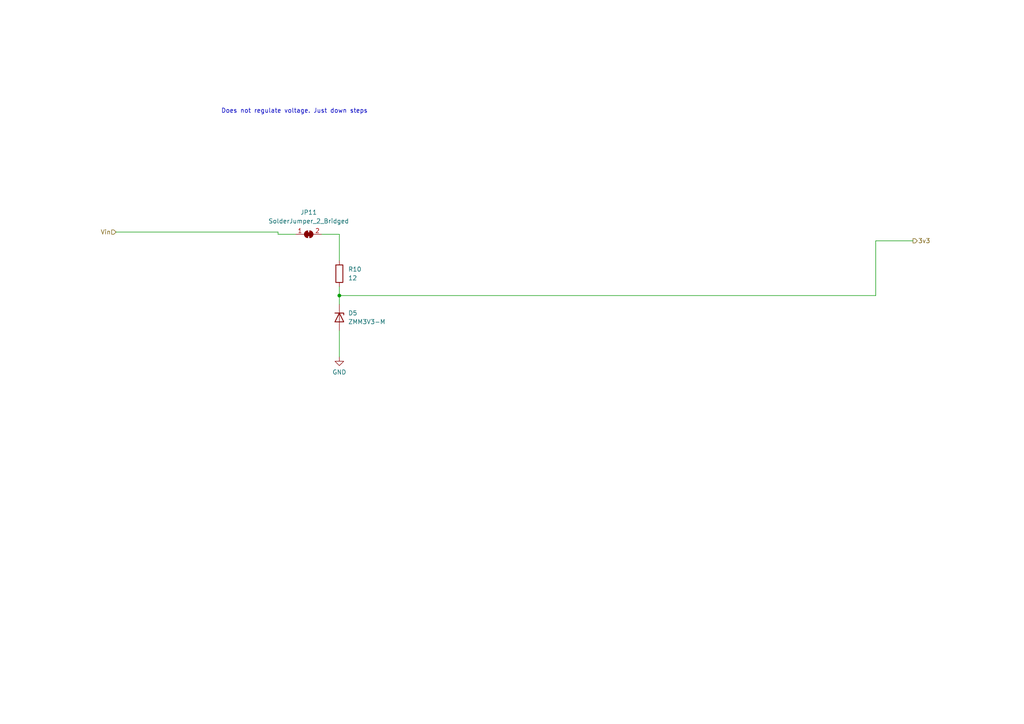
<source format=kicad_sch>
(kicad_sch (version 20211123) (generator eeschema)
  (paper "A4")
  (lib_symbols
    (symbol "Device:D_Zener" (pin_numbers hide) (pin_names (offset 1.016) hide)
      (property "Reference" "D" (at 0 2.54 0))
      (property "Value" "D_Zener" (at 0 -2.54 0))
      (symbol "D_Zener_0_1"
        (polyline (pts (xy 1.27 0) (xy -1.27 0)))
        (polyline (pts (xy -1.27 -1.27) (xy -1.27 1.27) (xy -0.762 1.27)) (stroke (width 0.254)))
        (polyline (pts (xy 1.27 -1.27) (xy 1.27 1.27) (xy -1.27 0) (xy 1.27 -1.27)) (stroke (width 0.254)))
      )
      (symbol "D_Zener_1_1"
        (pin passive line (at -3.81 0 0) (length 2.54) (name "K") (number "1"))
        (pin passive line (at 3.81 0 180) (length 2.54) (name "A") (number "2"))
      )
    )
    (symbol "Device:R" (pin_numbers hide) (pin_names (offset 0))
      (property "Reference" "R" (at 2.032 0 90))
      (property "Value" "R" (at 0 0 90))
      (symbol "R_0_1"
        (rectangle (start -1.016 -2.54) (end 1.016 2.54) (stroke (width 0.254)))
      )
      (symbol "R_1_1"
        (pin passive line (at 0 3.81 270) (length 1.27) (name "~") (number "1"))
        (pin passive line (at 0 -3.81 90) (length 1.27) (name "~") (number "2"))
      )
    )
    (symbol "Jumper:SolderJumper_2_Bridged" (pin_names (offset 0) hide)
      (property "Reference" "JP" (at 0 2.032 0))
      (property "Value" "SolderJumper_2_Bridged" (at 0 -2.54 0))
      (symbol "SolderJumper_2_Bridged_0_1"
        (rectangle (start -0.508 0.508) (end 0.508 -0.508) (fill (type outline)))
        (arc (start -0.254 1.016) (mid -1.27 0) (end -0.254 -1.016))
        (arc (start -0.254 1.016) (mid -1.27 0) (end -0.254 -1.016) (fill (type outline)))
        (polyline (pts (xy -0.254 1.016) (xy -0.254 -1.016)))
        (polyline (pts (xy 0.254 1.016) (xy 0.254 -1.016)))
        (arc (start 0.254 -1.016) (mid 1.27 0) (end 0.254 1.016))
        (arc (start 0.254 -1.016) (mid 1.27 0) (end 0.254 1.016) (fill (type outline)))
      )
      (symbol "SolderJumper_2_Bridged_1_1"
        (pin passive line (at -3.81 0 0) (length 2.54) (name "A") (number "1"))
        (pin passive line (at 3.81 0 180) (length 2.54) (name "B") (number "2"))
      )
    )
    (symbol "power:GND" (power) (pin_names (offset 0))
      (property "Value" "GND" (at 0 -3.81 0))
      (symbol "GND_0_1"
        (polyline (pts (xy 0 0) (xy 0 -1.27) (xy 1.27 -1.27) (xy 0 -2.54) (xy -1.27 -1.27) (xy 0 -1.27)))
      )
      (symbol "GND_1_1"
        (pin power_in line (at 0 0 270) (length 0) hide (name "GND") (number "1"))
      )
    )
  )
  (junction (at 98.425 85.725))
  (wire (pts (xy 80.645 67.31) (xy 80.645 67.945)))
  (wire (pts (xy 254 85.725) (xy 254 69.85)))
  (wire (pts (xy 80.645 67.945) (xy 85.725 67.945)))
  (wire (pts (xy 33.655 67.31) (xy 80.645 67.31)))
  (wire (pts (xy 93.345 67.945) (xy 98.425 67.945)))
  (wire (pts (xy 98.425 67.945) (xy 98.425 75.565)))
  (wire (pts (xy 98.425 85.725) (xy 98.425 88.265)))
  (wire (pts (xy 98.425 83.185) (xy 98.425 85.725)))
  (wire (pts (xy 254 69.85) (xy 264.795 69.85)))
  (wire (pts (xy 98.425 85.725) (xy 254 85.725)))
  (wire (pts (xy 98.425 95.885) (xy 98.425 103.505)))
  (text "Does not regulate voltage. Just down steps\n" (at 64.135 33.02 0) (effects (font (size 1.27 1.27)) (justify left bottom)))
  (hierarchical_label "Vin" (shape input) (at 33.655 67.31 180))
  (hierarchical_label "3v3" (shape output) (at 264.795 69.85 0))
  (symbol (lib_id "power:GND") (at 98.425 103.505 0) (unit 1)
    (property "Reference" "#PWR032" (effects hide))
    (property "Value" "GND" (at 98.425 107.9484 0))
  )
  (symbol (lib_id "Device:R") (at 98.425 79.375 0) (unit 1)
    (property "Reference" "R10" (at 100.965 78.1049 0) (effects (justify left)))
    (property "Value" "12" (at 100.965 80.6449 0) (effects (justify left)))
    (property "Footprint" "Resistor_SMD:R_1206_3216Metric" (effects hide))
  )
  (symbol (lib_id "Device:D_Zener") (at 98.425 92.075 270) (unit 1)
    (property "Reference" "D5" (at 100.965 90.8049 90) (effects (justify left)))
    (property "Value" "ZMM3V3-M" (at 100.965 93.3449 90) (effects (justify left)))
  )
  (symbol (lib_id "Jumper:SolderJumper_2_Bridged") (at 89.535 67.945 0) (unit 1)
    (property "Reference" "JP11" (at 89.535 61.595 0))
    (property "Value" "SolderJumper_2_Bridged" (at 89.535 64.135 0))
    (property "Footprint" "Jumper:SolderJumper-2_P1.3mm_Bridged2Bar_Pad1.0x1.5mm" (effects hide))
  )
)
</source>
